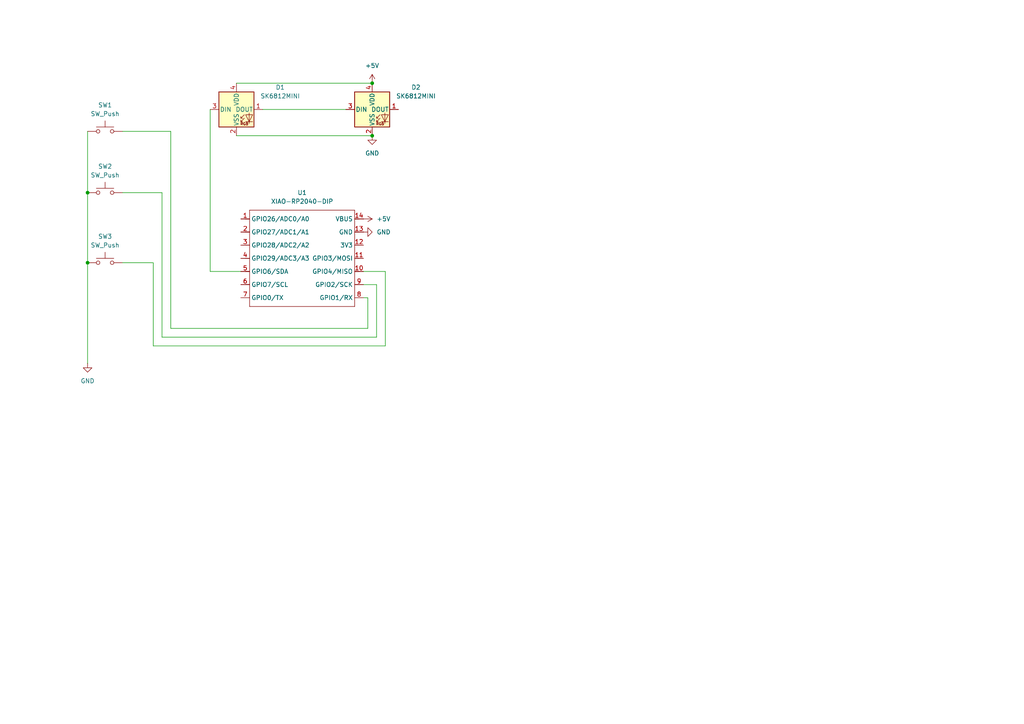
<source format=kicad_sch>
(kicad_sch (version 20250114) (generator "eeschema") (generator_version "9.0")
  (paper "A4")
  (lib_symbols
    (symbol "LED:SK6812MINI" (pin_names (offset 0.254))
      (property "Reference" "D" (at 5.08 5.715 0))
      (property "Value" "SK6812MINI" (at 1.27 -5.715 0))
      (symbol "SK6812MINI_0_0"
        (text "RGB" (at 2.286 -4.191 0) (effects (font (size 0.762 0.762))))
      )
      (symbol "SK6812MINI_0_1"
        (polyline (pts (xy 1.27 -2.54) (xy 1.778 -2.54)))
        (polyline (pts (xy 1.27 -3.556) (xy 1.778 -3.556)))
        (polyline (pts (xy 2.286 -1.524) (xy 1.27 -2.54) (xy 1.27 -2.032)))
        (polyline (pts (xy 2.286 -2.54) (xy 1.27 -3.556) (xy 1.27 -3.048)))
        (polyline (pts (xy 3.683 -1.016) (xy 3.683 -3.556) (xy 3.683 -4.064)))
        (polyline (pts (xy 4.699 -1.524) (xy 2.667 -1.524) (xy 3.683 -3.556) (xy 4.699 -1.524)))
        (polyline (pts (xy 4.699 -3.556) (xy 2.667 -3.556)))
        (rectangle (start 5.08 5.08) (end -5.08 -5.08) (stroke (width 0.254)) (fill (type background)))
      )
      (symbol "SK6812MINI_1_1"
        (pin input line (at -7.62 0 0) (length 2.54) (name "DIN") (number "3"))
        (pin power_in line (at 0 7.62 270) (length 2.54) (name "VDD") (number "4"))
        (pin power_in line (at 0 -7.62 90) (length 2.54) (name "VSS") (number "2"))
        (pin output line (at 7.62 0 180) (length 2.54) (name "DOUT") (number "1"))
      )
    )
    (symbol "OPL:XIAO-RP2040-DIP"
      (property "Reference" "U" (at 0 0 0))
      (property "Value" "XIAO-RP2040-DIP" (at 5.334 -1.778 0))
      (symbol "XIAO-RP2040-DIP_1_0"
        (polyline (pts (xy -1.27 -2.54) (xy 29.21 -2.54)) (stroke (width 0.1524)))
        (polyline (pts (xy -1.27 -5.08) (xy -2.54 -5.08)) (stroke (width 0.1524)))
        (polyline (pts (xy -1.27 -5.08) (xy -1.27 -2.54)) (stroke (width 0.1524)))
        (polyline (pts (xy -1.27 -8.89) (xy -2.54 -8.89)) (stroke (width 0.1524)))
        (polyline (pts (xy -1.27 -8.89) (xy -1.27 -5.08)) (stroke (width 0.1524)))
        (polyline (pts (xy -1.27 -12.7) (xy -2.54 -12.7)) (stroke (width 0.1524)))
        (polyline (pts (xy -1.27 -12.7) (xy -1.27 -8.89)) (stroke (width 0.1524)))
        (polyline (pts (xy -1.27 -16.51) (xy -2.54 -16.51)) (stroke (width 0.1524)))
        (polyline (pts (xy -1.27 -16.51) (xy -1.27 -12.7)) (stroke (width 0.1524)))
        (polyline (pts (xy -1.27 -20.32) (xy -2.54 -20.32)) (stroke (width 0.1524)))
        (polyline (pts (xy -1.27 -24.13) (xy -2.54 -24.13)) (stroke (width 0.1524)))
        (polyline (pts (xy -1.27 -27.94) (xy -2.54 -27.94)) (stroke (width 0.1524)))
        (polyline (pts (xy -1.27 -30.48) (xy -1.27 -16.51)) (stroke (width 0.1524)))
        (polyline (pts (xy 29.21 -2.54) (xy 29.21 -5.08)) (stroke (width 0.1524)))
        (polyline (pts (xy 29.21 -5.08) (xy 29.21 -8.89)) (stroke (width 0.1524)))
        (polyline (pts (xy 29.21 -8.89) (xy 29.21 -12.7)) (stroke (width 0.1524)))
        (polyline (pts (xy 29.21 -12.7) (xy 29.21 -30.48)) (stroke (width 0.1524)))
        (polyline (pts (xy 29.21 -30.48) (xy -1.27 -30.48)) (stroke (width 0.1524)))
        (polyline (pts (xy 30.48 -5.08) (xy 29.21 -5.08)) (stroke (width 0.1524)))
        (polyline (pts (xy 30.48 -8.89) (xy 29.21 -8.89)) (stroke (width 0.1524)))
        (polyline (pts (xy 30.48 -12.7) (xy 29.21 -12.7)) (stroke (width 0.1524)))
        (polyline (pts (xy 30.48 -16.51) (xy 29.21 -16.51)) (stroke (width 0.1524)))
        (polyline (pts (xy 30.48 -20.32) (xy 29.21 -20.32)) (stroke (width 0.1524)))
        (polyline (pts (xy 30.48 -24.13) (xy 29.21 -24.13)) (stroke (width 0.1524)))
        (polyline (pts (xy 30.48 -27.94) (xy 29.21 -27.94)) (stroke (width 0.1524)))
        (pin passive line (at -3.81 -5.08 0) (length 2.54) (name "GPIO26/ADC0/A0") (number "1"))
        (pin passive line (at -3.81 -8.89 0) (length 2.54) (name "GPIO27/ADC1/A1") (number "2"))
        (pin passive line (at -3.81 -12.7 0) (length 2.54) (name "GPIO28/ADC2/A2") (number "3"))
        (pin passive line (at -3.81 -16.51 0) (length 2.54) (name "GPIO29/ADC3/A3") (number "4"))
        (pin passive line (at -3.81 -20.32 0) (length 2.54) (name "GPIO6/SDA") (number "5"))
        (pin passive line (at -3.81 -24.13 0) (length 2.54) (name "GPIO7/SCL") (number "6"))
        (pin passive line (at -3.81 -27.94 0) (length 2.54) (name "GPIO0/TX") (number "7"))
        (pin passive line (at 31.75 -5.08 180) (length 2.54) (name "VBUS") (number "14"))
        (pin passive line (at 31.75 -8.89 180) (length 2.54) (name "GND") (number "13"))
        (pin passive line (at 31.75 -12.7 180) (length 2.54) (name "3V3") (number "12"))
        (pin passive line (at 31.75 -16.51 180) (length 2.54) (name "GPIO3/MOSI") (number "11"))
        (pin passive line (at 31.75 -20.32 180) (length 2.54) (name "GPIO4/MISO") (number "10"))
        (pin passive line (at 31.75 -24.13 180) (length 2.54) (name "GPIO2/SCK") (number "9"))
        (pin passive line (at 31.75 -27.94 180) (length 2.54) (name "GPIO1/RX") (number "8"))
      )
    )
    (symbol "Switch:SW_Push" (pin_numbers (hide yes)) (pin_names (offset 1.016) (hide yes))
      (property "Reference" "SW" (at 1.27 2.54 0))
      (property "Value" "SW_Push" (at 0 -1.524 0))
      (symbol "SW_Push_0_1"
        (circle (center -2.032 0) (radius 0.508))
        (polyline (pts (xy 0 1.27) (xy 0 3.048)))
        (circle (center 2.032 0) (radius 0.508))
        (polyline (pts (xy 2.54 1.27) (xy -2.54 1.27)))
        (pin passive line (at -5.08 0 0) (length 2.54) (name "1") (number "1"))
        (pin passive line (at 5.08 0 180) (length 2.54) (name "2") (number "2"))
      )
    )
    (symbol "power:+5V" (power) (pin_numbers (hide yes)) (pin_names (offset 0) (hide yes))
      (property "Value" "+5V" (at 0 3.556 0))
      (symbol "+5V_0_1"
        (polyline (pts (xy -0.762 1.27) (xy 0 2.54)))
        (polyline (pts (xy 0 2.54) (xy 0.762 1.27)))
        (polyline (pts (xy 0 0) (xy 0 2.54)))
      )
      (symbol "+5V_1_1"
        (pin power_in line (at 0 0 90) (length 0) (name "~") (number "1"))
      )
    )
    (symbol "power:GND" (power) (pin_numbers (hide yes)) (pin_names (offset 0) (hide yes))
      (property "Value" "GND" (at 0 -3.81 0))
      (symbol "GND_0_1"
        (polyline (pts (xy 0 0) (xy 0 -1.27) (xy 1.27 -1.27) (xy 0 -2.54) (xy -1.27 -1.27) (xy 0 -1.27)))
      )
      (symbol "GND_1_1"
        (pin power_in line (at 0 0 270) (length 0) (name "~") (number "1"))
      )
    )
  )
  (junction (at 107.95 24.13))
  (junction (at 25.4 76.2))
  (junction (at 107.95 39.37))
  (junction (at 25.4 55.88))
  (wire (pts (xy 109.22 97.79) (xy 109.22 82.55)))
  (wire (pts (xy 111.76 100.33) (xy 111.76 78.74)))
  (wire (pts (xy 46.99 55.88) (xy 46.99 97.79)))
  (wire (pts (xy 46.99 97.79) (xy 109.22 97.79)))
  (wire (pts (xy 49.53 38.1) (xy 35.56 38.1)))
  (wire (pts (xy 68.58 24.13) (xy 107.95 24.13)))
  (wire (pts (xy 35.56 76.2) (xy 44.45 76.2)))
  (wire (pts (xy 25.4 76.2) (xy 25.4 105.41)))
  (wire (pts (xy 106.68 86.36) (xy 106.68 95.25)))
  (wire (pts (xy 60.96 31.75) (xy 60.96 78.74)))
  (wire (pts (xy 25.4 38.1) (xy 25.4 55.88)))
  (wire (pts (xy 60.96 78.74) (xy 69.85 78.74)))
  (wire (pts (xy 49.53 95.25) (xy 49.53 38.1)))
  (wire (pts (xy 111.76 78.74) (xy 105.41 78.74)))
  (wire (pts (xy 106.68 95.25) (xy 49.53 95.25)))
  (wire (pts (xy 76.2 31.75) (xy 100.33 31.75)))
  (wire (pts (xy 68.58 39.37) (xy 107.95 39.37)))
  (wire (pts (xy 25.4 55.88) (xy 25.4 76.2)))
  (wire (pts (xy 44.45 76.2) (xy 44.45 100.33)))
  (wire (pts (xy 105.41 86.36) (xy 106.68 86.36)))
  (wire (pts (xy 44.45 100.33) (xy 111.76 100.33)))
  (wire (pts (xy 109.22 82.55) (xy 105.41 82.55)))
  (wire (pts (xy 35.56 55.88) (xy 46.99 55.88)))
  (symbol (lib_id "Switch:SW_Push") (at 30.48 38.1 0) (unit 1)
    (property "Reference" "SW1" (at 30.48 30.48 0))
    (property "Value" "SW_Push" (at 30.48 33.02 0))
    (property "Footprint" "Button_Switch_Keyboard:SW_Cherry_MX_1.00u_PCB" (effects (hide yes)))
    (property "Description" "Push button switch, generic, two pins" (effects (hide yes)))
  )
  (symbol (lib_id "Switch:SW_Push") (at 30.48 55.88 0) (unit 1)
    (property "Reference" "SW2" (at 30.48 48.26 0))
    (property "Value" "SW_Push" (at 30.48 50.8 0))
    (property "Footprint" "Button_Switch_Keyboard:SW_Cherry_MX_1.00u_PCB" (effects (hide yes)))
    (property "Description" "Push button switch, generic, two pins" (effects (hide yes)))
  )
  (symbol (lib_id "power:GND") (at 105.41 67.31 90) (unit 1)
    (property "Reference" "#PWR02" (effects (hide yes)))
    (property "Value" "GND" (at 109.22 67.3099 90) (effects (justify right)))
    (property "Description" "Power symbol creates a global label with name \"GND\" , ground" (effects (hide yes)))
  )
  (symbol (lib_id "LED:SK6812MINI") (at 107.95 31.75 0) (unit 1)
    (property "Reference" "D2" (at 120.65 25.3298 0))
    (property "Value" "SK6812MINI" (at 120.65 27.8698 0))
    (property "Footprint" "LED_SMD:LED_SK6812MINI_PLCC4_3.5x3.5mm_P1.75mm" (effects (hide yes)))
    (property "Datasheet" "https://cdn-shop.adafruit.com/product-files/2686/SK6812MINI_REV.01-1-2.pdf" (effects (hide yes)))
    (property "Description" "RGB LED with integrated controller" (effects (hide yes)))
  )
  (symbol (lib_id "power:+5V") (at 105.41 63.5 270) (unit 1)
    (property "Reference" "#PWR03" (effects (hide yes)))
    (property "Value" "+5V" (at 109.22 63.4999 90) (effects (justify left)))
    (property "Description" "Power symbol creates a global label with name \"+5V\"" (effects (hide yes)))
  )
  (symbol (lib_id "power:GND") (at 25.4 105.41 0) (unit 1)
    (property "Reference" "#PWR01" (effects (hide yes)))
    (property "Value" "GND" (at 25.4 110.49 0))
    (property "Description" "Power symbol creates a global label with name \"GND\" , ground" (effects (hide yes)))
  )
  (symbol (lib_id "Switch:SW_Push") (at 30.48 76.2 0) (unit 1)
    (property "Reference" "SW3" (at 30.48 68.58 0))
    (property "Value" "SW_Push" (at 30.48 71.12 0))
    (property "Footprint" "Button_Switch_Keyboard:SW_Cherry_MX_1.00u_PCB" (effects (hide yes)))
    (property "Description" "Push button switch, generic, two pins" (effects (hide yes)))
  )
  (symbol (lib_id "power:GND") (at 107.95 39.37 0) (unit 1)
    (property "Reference" "#PWR05" (effects (hide yes)))
    (property "Value" "GND" (at 107.95 44.45 0))
    (property "Description" "Power symbol creates a global label with name \"GND\" , ground" (effects (hide yes)))
  )
  (symbol (lib_id "LED:SK6812MINI") (at 68.58 31.75 0) (unit 1)
    (property "Reference" "D1" (at 81.28 25.3298 0))
    (property "Value" "SK6812MINI" (at 81.28 27.8698 0))
    (property "Footprint" "LED_SMD:LED_SK6812MINI_PLCC4_3.5x3.5mm_P1.75mm" (effects (hide yes)))
    (property "Datasheet" "https://cdn-shop.adafruit.com/product-files/2686/SK6812MINI_REV.01-1-2.pdf" (effects (hide yes)))
    (property "Description" "RGB LED with integrated controller" (effects (hide yes)))
  )
  (symbol (lib_id "power:+5V") (at 107.95 24.13 0) (unit 1)
    (property "Reference" "#PWR04" (effects (hide yes)))
    (property "Value" "+5V" (at 107.95 19.05 0))
    (property "Description" "Power symbol creates a global label with name \"+5V\"" (effects (hide yes)))
  )
  (symbol (lib_id "OPL:XIAO-RP2040-DIP") (at 73.66 58.42 0) (unit 1)
    (property "Reference" "U1" (at 87.63 55.88 0))
    (property "Value" "XIAO-RP2040-DIP" (at 87.63 58.42 0))
    (property "Footprint" "OPL:XIAO-RP2040-DIP" (effects (hide yes)))
  )
)
</source>
